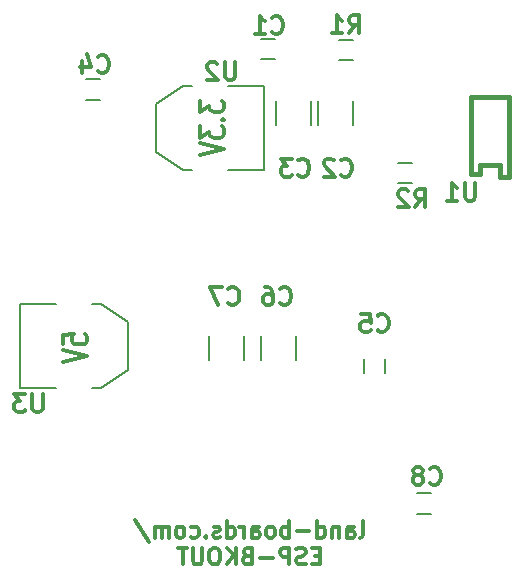
<source format=gbo>
G04 #@! TF.FileFunction,Legend,Bot*
%FSLAX46Y46*%
G04 Gerber Fmt 4.6, Leading zero omitted, Abs format (unit mm)*
G04 Created by KiCad (PCBNEW (after 2015-mar-04 BZR unknown)-product) date 8/29/2015 5:31:21 PM*
%MOMM*%
G01*
G04 APERTURE LIST*
%ADD10C,0.150000*%
%ADD11C,0.304800*%
%ADD12C,0.381000*%
G04 APERTURE END LIST*
D10*
D11*
X18064238Y-39333714D02*
X18064238Y-38608000D01*
X19031857Y-38535429D01*
X18935095Y-38608000D01*
X18838333Y-38753143D01*
X18838333Y-39116000D01*
X18935095Y-39261143D01*
X19031857Y-39333714D01*
X19225381Y-39406286D01*
X19709190Y-39406286D01*
X19902714Y-39333714D01*
X19999476Y-39261143D01*
X20096238Y-39116000D01*
X20096238Y-38753143D01*
X19999476Y-38608000D01*
X19902714Y-38535429D01*
X18064238Y-39841715D02*
X20096238Y-40349715D01*
X18064238Y-40857715D01*
X29684738Y-18768785D02*
X29684738Y-19712214D01*
X30458833Y-19204214D01*
X30458833Y-19421928D01*
X30555595Y-19567071D01*
X30652357Y-19639642D01*
X30845881Y-19712214D01*
X31329690Y-19712214D01*
X31523214Y-19639642D01*
X31619976Y-19567071D01*
X31716738Y-19421928D01*
X31716738Y-18986500D01*
X31619976Y-18841357D01*
X31523214Y-18768785D01*
X31523214Y-20365357D02*
X31619976Y-20437929D01*
X31716738Y-20365357D01*
X31619976Y-20292786D01*
X31523214Y-20365357D01*
X31716738Y-20365357D01*
X29684738Y-20945928D02*
X29684738Y-21889357D01*
X30458833Y-21381357D01*
X30458833Y-21599071D01*
X30555595Y-21744214D01*
X30652357Y-21816785D01*
X30845881Y-21889357D01*
X31329690Y-21889357D01*
X31523214Y-21816785D01*
X31619976Y-21744214D01*
X31716738Y-21599071D01*
X31716738Y-21163643D01*
X31619976Y-21018500D01*
X31523214Y-20945928D01*
X29684738Y-22324786D02*
X31716738Y-22832786D01*
X29684738Y-23340786D01*
X43255595Y-55762676D02*
X43388642Y-55696152D01*
X43455166Y-55563105D01*
X43455166Y-54365676D01*
X42124690Y-55762676D02*
X42124690Y-55030914D01*
X42191213Y-54897867D01*
X42324261Y-54831343D01*
X42590356Y-54831343D01*
X42723404Y-54897867D01*
X42124690Y-55696152D02*
X42257737Y-55762676D01*
X42590356Y-55762676D01*
X42723404Y-55696152D01*
X42789928Y-55563105D01*
X42789928Y-55430057D01*
X42723404Y-55297010D01*
X42590356Y-55230486D01*
X42257737Y-55230486D01*
X42124690Y-55163962D01*
X41459452Y-54831343D02*
X41459452Y-55762676D01*
X41459452Y-54964390D02*
X41392928Y-54897867D01*
X41259881Y-54831343D01*
X41060309Y-54831343D01*
X40927261Y-54897867D01*
X40860738Y-55030914D01*
X40860738Y-55762676D01*
X39596786Y-55762676D02*
X39596786Y-54365676D01*
X39596786Y-55696152D02*
X39729833Y-55762676D01*
X39995929Y-55762676D01*
X40128976Y-55696152D01*
X40195500Y-55629629D01*
X40262024Y-55496581D01*
X40262024Y-55097438D01*
X40195500Y-54964390D01*
X40128976Y-54897867D01*
X39995929Y-54831343D01*
X39729833Y-54831343D01*
X39596786Y-54897867D01*
X38931548Y-55230486D02*
X37867167Y-55230486D01*
X37201929Y-55762676D02*
X37201929Y-54365676D01*
X37201929Y-54897867D02*
X37068881Y-54831343D01*
X36802786Y-54831343D01*
X36669738Y-54897867D01*
X36603215Y-54964390D01*
X36536691Y-55097438D01*
X36536691Y-55496581D01*
X36603215Y-55629629D01*
X36669738Y-55696152D01*
X36802786Y-55762676D01*
X37068881Y-55762676D01*
X37201929Y-55696152D01*
X35738406Y-55762676D02*
X35871453Y-55696152D01*
X35937977Y-55629629D01*
X36004501Y-55496581D01*
X36004501Y-55097438D01*
X35937977Y-54964390D01*
X35871453Y-54897867D01*
X35738406Y-54831343D01*
X35538834Y-54831343D01*
X35405786Y-54897867D01*
X35339263Y-54964390D01*
X35272739Y-55097438D01*
X35272739Y-55496581D01*
X35339263Y-55629629D01*
X35405786Y-55696152D01*
X35538834Y-55762676D01*
X35738406Y-55762676D01*
X34075311Y-55762676D02*
X34075311Y-55030914D01*
X34141834Y-54897867D01*
X34274882Y-54831343D01*
X34540977Y-54831343D01*
X34674025Y-54897867D01*
X34075311Y-55696152D02*
X34208358Y-55762676D01*
X34540977Y-55762676D01*
X34674025Y-55696152D01*
X34740549Y-55563105D01*
X34740549Y-55430057D01*
X34674025Y-55297010D01*
X34540977Y-55230486D01*
X34208358Y-55230486D01*
X34075311Y-55163962D01*
X33410073Y-55762676D02*
X33410073Y-54831343D01*
X33410073Y-55097438D02*
X33343549Y-54964390D01*
X33277025Y-54897867D01*
X33143978Y-54831343D01*
X33010930Y-54831343D01*
X31946549Y-55762676D02*
X31946549Y-54365676D01*
X31946549Y-55696152D02*
X32079596Y-55762676D01*
X32345692Y-55762676D01*
X32478739Y-55696152D01*
X32545263Y-55629629D01*
X32611787Y-55496581D01*
X32611787Y-55097438D01*
X32545263Y-54964390D01*
X32478739Y-54897867D01*
X32345692Y-54831343D01*
X32079596Y-54831343D01*
X31946549Y-54897867D01*
X31347835Y-55696152D02*
X31214787Y-55762676D01*
X30948692Y-55762676D01*
X30815644Y-55696152D01*
X30749120Y-55563105D01*
X30749120Y-55496581D01*
X30815644Y-55363533D01*
X30948692Y-55297010D01*
X31148263Y-55297010D01*
X31281311Y-55230486D01*
X31347835Y-55097438D01*
X31347835Y-55030914D01*
X31281311Y-54897867D01*
X31148263Y-54831343D01*
X30948692Y-54831343D01*
X30815644Y-54897867D01*
X30150406Y-55629629D02*
X30083882Y-55696152D01*
X30150406Y-55762676D01*
X30216930Y-55696152D01*
X30150406Y-55629629D01*
X30150406Y-55762676D01*
X28886454Y-55696152D02*
X29019501Y-55762676D01*
X29285597Y-55762676D01*
X29418644Y-55696152D01*
X29485168Y-55629629D01*
X29551692Y-55496581D01*
X29551692Y-55097438D01*
X29485168Y-54964390D01*
X29418644Y-54897867D01*
X29285597Y-54831343D01*
X29019501Y-54831343D01*
X28886454Y-54897867D01*
X28088168Y-55762676D02*
X28221215Y-55696152D01*
X28287739Y-55629629D01*
X28354263Y-55496581D01*
X28354263Y-55097438D01*
X28287739Y-54964390D01*
X28221215Y-54897867D01*
X28088168Y-54831343D01*
X27888596Y-54831343D01*
X27755548Y-54897867D01*
X27689025Y-54964390D01*
X27622501Y-55097438D01*
X27622501Y-55496581D01*
X27689025Y-55629629D01*
X27755548Y-55696152D01*
X27888596Y-55762676D01*
X28088168Y-55762676D01*
X27023787Y-55762676D02*
X27023787Y-54831343D01*
X27023787Y-54964390D02*
X26957263Y-54897867D01*
X26824216Y-54831343D01*
X26624644Y-54831343D01*
X26491596Y-54897867D01*
X26425073Y-55030914D01*
X26425073Y-55762676D01*
X26425073Y-55030914D02*
X26358549Y-54897867D01*
X26225501Y-54831343D01*
X26025930Y-54831343D01*
X25892882Y-54897867D01*
X25826358Y-55030914D01*
X25826358Y-55762676D01*
X24163263Y-54299152D02*
X25360691Y-56095295D01*
X39829619Y-57291514D02*
X39363952Y-57291514D01*
X39164381Y-58023276D02*
X39829619Y-58023276D01*
X39829619Y-56626276D01*
X39164381Y-56626276D01*
X38632191Y-57956752D02*
X38432619Y-58023276D01*
X38100000Y-58023276D01*
X37966953Y-57956752D01*
X37900429Y-57890229D01*
X37833905Y-57757181D01*
X37833905Y-57624133D01*
X37900429Y-57491086D01*
X37966953Y-57424562D01*
X38100000Y-57358038D01*
X38366096Y-57291514D01*
X38499143Y-57224990D01*
X38565667Y-57158467D01*
X38632191Y-57025419D01*
X38632191Y-56892371D01*
X38565667Y-56759324D01*
X38499143Y-56692800D01*
X38366096Y-56626276D01*
X38033476Y-56626276D01*
X37833905Y-56692800D01*
X37235191Y-58023276D02*
X37235191Y-56626276D01*
X36703000Y-56626276D01*
X36569953Y-56692800D01*
X36503429Y-56759324D01*
X36436905Y-56892371D01*
X36436905Y-57091943D01*
X36503429Y-57224990D01*
X36569953Y-57291514D01*
X36703000Y-57358038D01*
X37235191Y-57358038D01*
X35838191Y-57491086D02*
X34773810Y-57491086D01*
X33642905Y-57291514D02*
X33443334Y-57358038D01*
X33376810Y-57424562D01*
X33310286Y-57557610D01*
X33310286Y-57757181D01*
X33376810Y-57890229D01*
X33443334Y-57956752D01*
X33576381Y-58023276D01*
X34108572Y-58023276D01*
X34108572Y-56626276D01*
X33642905Y-56626276D01*
X33509858Y-56692800D01*
X33443334Y-56759324D01*
X33376810Y-56892371D01*
X33376810Y-57025419D01*
X33443334Y-57158467D01*
X33509858Y-57224990D01*
X33642905Y-57291514D01*
X34108572Y-57291514D01*
X32711572Y-58023276D02*
X32711572Y-56626276D01*
X31913286Y-58023276D02*
X32512001Y-57224990D01*
X31913286Y-56626276D02*
X32711572Y-57424562D01*
X31048477Y-56626276D02*
X30782381Y-56626276D01*
X30649334Y-56692800D01*
X30516286Y-56825848D01*
X30449762Y-57091943D01*
X30449762Y-57557610D01*
X30516286Y-57823705D01*
X30649334Y-57956752D01*
X30782381Y-58023276D01*
X31048477Y-58023276D01*
X31181524Y-57956752D01*
X31314572Y-57823705D01*
X31381096Y-57557610D01*
X31381096Y-57091943D01*
X31314572Y-56825848D01*
X31181524Y-56692800D01*
X31048477Y-56626276D01*
X29851048Y-56626276D02*
X29851048Y-57757181D01*
X29784524Y-57890229D01*
X29718000Y-57956752D01*
X29584953Y-58023276D01*
X29318857Y-58023276D01*
X29185810Y-57956752D01*
X29119286Y-57890229D01*
X29052762Y-57757181D01*
X29052762Y-56626276D01*
X28587095Y-56626276D02*
X27788810Y-56626276D01*
X28187953Y-58023276D02*
X28187953Y-56626276D01*
D10*
X48041000Y-53770500D02*
X49241000Y-53770500D01*
X49241000Y-52020500D02*
X48041000Y-52020500D01*
X36000000Y-13525000D02*
X34800000Y-13525000D01*
X34800000Y-15275000D02*
X36000000Y-15275000D01*
D12*
X55852000Y-25217000D02*
X55852000Y-18467000D01*
X55852000Y-18467000D02*
X52602000Y-18467000D01*
X52602000Y-18467000D02*
X52602000Y-24967000D01*
X52602000Y-24967000D02*
X53352000Y-24967000D01*
X53352000Y-24967000D02*
X53352000Y-24217000D01*
X53352000Y-24217000D02*
X55102000Y-24217000D01*
X55102000Y-24217000D02*
X55102000Y-25217000D01*
X55102000Y-25217000D02*
X55852000Y-25217000D01*
D10*
X32067500Y-17526000D02*
X35115500Y-17526000D01*
X35115500Y-17526000D02*
X35115500Y-24638000D01*
X35115500Y-24638000D02*
X32067500Y-24638000D01*
X29019500Y-17526000D02*
X28257500Y-17526000D01*
X28257500Y-17526000D02*
X25971500Y-19050000D01*
X25971500Y-19050000D02*
X25971500Y-23114000D01*
X25971500Y-23114000D02*
X28257500Y-24638000D01*
X28257500Y-24638000D02*
X29019500Y-24638000D01*
X20037500Y-18718500D02*
X21237500Y-18718500D01*
X21237500Y-16968500D02*
X20037500Y-16968500D01*
X45325000Y-41811500D02*
X45325000Y-40611500D01*
X43575000Y-40611500D02*
X43575000Y-41811500D01*
X17462500Y-43053000D02*
X14414500Y-43053000D01*
X14414500Y-43053000D02*
X14414500Y-35941000D01*
X14414500Y-35941000D02*
X17462500Y-35941000D01*
X20510500Y-43053000D02*
X21272500Y-43053000D01*
X21272500Y-43053000D02*
X23558500Y-41529000D01*
X23558500Y-41529000D02*
X23558500Y-37465000D01*
X23558500Y-37465000D02*
X21272500Y-35941000D01*
X21272500Y-35941000D02*
X20510500Y-35941000D01*
X37768000Y-40711000D02*
X37768000Y-38711000D01*
X34818000Y-38711000D02*
X34818000Y-40711000D01*
X39067000Y-20812000D02*
X39067000Y-18812000D01*
X36117000Y-18812000D02*
X36117000Y-20812000D01*
X33368000Y-40711000D02*
X33368000Y-38711000D01*
X30418000Y-38711000D02*
X30418000Y-40711000D01*
X42623000Y-20812000D02*
X42623000Y-18812000D01*
X39673000Y-18812000D02*
X39673000Y-20812000D01*
X41437000Y-15353000D02*
X42637000Y-15353000D01*
X42637000Y-13603000D02*
X41437000Y-13603000D01*
X46390000Y-25767000D02*
X47590000Y-25767000D01*
X47590000Y-24017000D02*
X46390000Y-24017000D01*
D11*
X49135000Y-51155786D02*
X49207571Y-51228357D01*
X49425285Y-51300929D01*
X49570428Y-51300929D01*
X49788143Y-51228357D01*
X49933285Y-51083214D01*
X50005857Y-50938071D01*
X50078428Y-50647786D01*
X50078428Y-50430071D01*
X50005857Y-50139786D01*
X49933285Y-49994643D01*
X49788143Y-49849500D01*
X49570428Y-49776929D01*
X49425285Y-49776929D01*
X49207571Y-49849500D01*
X49135000Y-49922071D01*
X48264143Y-50430071D02*
X48409285Y-50357500D01*
X48481857Y-50284929D01*
X48554428Y-50139786D01*
X48554428Y-50067214D01*
X48481857Y-49922071D01*
X48409285Y-49849500D01*
X48264143Y-49776929D01*
X47973857Y-49776929D01*
X47828714Y-49849500D01*
X47756143Y-49922071D01*
X47683571Y-50067214D01*
X47683571Y-50139786D01*
X47756143Y-50284929D01*
X47828714Y-50357500D01*
X47973857Y-50430071D01*
X48264143Y-50430071D01*
X48409285Y-50502643D01*
X48481857Y-50575214D01*
X48554428Y-50720357D01*
X48554428Y-51010643D01*
X48481857Y-51155786D01*
X48409285Y-51228357D01*
X48264143Y-51300929D01*
X47973857Y-51300929D01*
X47828714Y-51228357D01*
X47756143Y-51155786D01*
X47683571Y-51010643D01*
X47683571Y-50720357D01*
X47756143Y-50575214D01*
X47828714Y-50502643D01*
X47973857Y-50430071D01*
X35750500Y-12990286D02*
X35823071Y-13062857D01*
X36040785Y-13135429D01*
X36185928Y-13135429D01*
X36403643Y-13062857D01*
X36548785Y-12917714D01*
X36621357Y-12772571D01*
X36693928Y-12482286D01*
X36693928Y-12264571D01*
X36621357Y-11974286D01*
X36548785Y-11829143D01*
X36403643Y-11684000D01*
X36185928Y-11611429D01*
X36040785Y-11611429D01*
X35823071Y-11684000D01*
X35750500Y-11756571D01*
X34299071Y-13135429D02*
X35169928Y-13135429D01*
X34734500Y-13135429D02*
X34734500Y-11611429D01*
X34879643Y-11829143D01*
X35024785Y-11974286D01*
X35169928Y-12046857D01*
X52977143Y-25708429D02*
X52977143Y-26942143D01*
X52904571Y-27087286D01*
X52832000Y-27159857D01*
X52686857Y-27232429D01*
X52396571Y-27232429D01*
X52251429Y-27159857D01*
X52178857Y-27087286D01*
X52106286Y-26942143D01*
X52106286Y-25708429D01*
X50582286Y-27232429D02*
X51453143Y-27232429D01*
X51017715Y-27232429D02*
X51017715Y-25708429D01*
X51162858Y-25926143D01*
X51308000Y-26071286D01*
X51453143Y-26143857D01*
X32657143Y-15484929D02*
X32657143Y-16718643D01*
X32584571Y-16863786D01*
X32512000Y-16936357D01*
X32366857Y-17008929D01*
X32076571Y-17008929D01*
X31931429Y-16936357D01*
X31858857Y-16863786D01*
X31786286Y-16718643D01*
X31786286Y-15484929D01*
X31133143Y-15630071D02*
X31060572Y-15557500D01*
X30915429Y-15484929D01*
X30552572Y-15484929D01*
X30407429Y-15557500D01*
X30334858Y-15630071D01*
X30262286Y-15775214D01*
X30262286Y-15920357D01*
X30334858Y-16138071D01*
X31205715Y-17008929D01*
X30262286Y-17008929D01*
X21018500Y-16292286D02*
X21091071Y-16364857D01*
X21308785Y-16437429D01*
X21453928Y-16437429D01*
X21671643Y-16364857D01*
X21816785Y-16219714D01*
X21889357Y-16074571D01*
X21961928Y-15784286D01*
X21961928Y-15566571D01*
X21889357Y-15276286D01*
X21816785Y-15131143D01*
X21671643Y-14986000D01*
X21453928Y-14913429D01*
X21308785Y-14913429D01*
X21091071Y-14986000D01*
X21018500Y-15058571D01*
X19712214Y-15421429D02*
X19712214Y-16437429D01*
X20075071Y-14840857D02*
X20437928Y-15929429D01*
X19494500Y-15929429D01*
X44704000Y-38199786D02*
X44776571Y-38272357D01*
X44994285Y-38344929D01*
X45139428Y-38344929D01*
X45357143Y-38272357D01*
X45502285Y-38127214D01*
X45574857Y-37982071D01*
X45647428Y-37691786D01*
X45647428Y-37474071D01*
X45574857Y-37183786D01*
X45502285Y-37038643D01*
X45357143Y-36893500D01*
X45139428Y-36820929D01*
X44994285Y-36820929D01*
X44776571Y-36893500D01*
X44704000Y-36966071D01*
X43325143Y-36820929D02*
X44050857Y-36820929D01*
X44123428Y-37546643D01*
X44050857Y-37474071D01*
X43905714Y-37401500D01*
X43542857Y-37401500D01*
X43397714Y-37474071D01*
X43325143Y-37546643D01*
X43252571Y-37691786D01*
X43252571Y-38054643D01*
X43325143Y-38199786D01*
X43397714Y-38272357D01*
X43542857Y-38344929D01*
X43905714Y-38344929D01*
X44050857Y-38272357D01*
X44123428Y-38199786D01*
X16337643Y-43615429D02*
X16337643Y-44849143D01*
X16265071Y-44994286D01*
X16192500Y-45066857D01*
X16047357Y-45139429D01*
X15757071Y-45139429D01*
X15611929Y-45066857D01*
X15539357Y-44994286D01*
X15466786Y-44849143D01*
X15466786Y-43615429D01*
X14886215Y-43615429D02*
X13942786Y-43615429D01*
X14450786Y-44196000D01*
X14233072Y-44196000D01*
X14087929Y-44268571D01*
X14015358Y-44341143D01*
X13942786Y-44486286D01*
X13942786Y-44849143D01*
X14015358Y-44994286D01*
X14087929Y-45066857D01*
X14233072Y-45139429D01*
X14668500Y-45139429D01*
X14813643Y-45066857D01*
X14886215Y-44994286D01*
X36449000Y-35913786D02*
X36521571Y-35986357D01*
X36739285Y-36058929D01*
X36884428Y-36058929D01*
X37102143Y-35986357D01*
X37247285Y-35841214D01*
X37319857Y-35696071D01*
X37392428Y-35405786D01*
X37392428Y-35188071D01*
X37319857Y-34897786D01*
X37247285Y-34752643D01*
X37102143Y-34607500D01*
X36884428Y-34534929D01*
X36739285Y-34534929D01*
X36521571Y-34607500D01*
X36449000Y-34680071D01*
X35142714Y-34534929D02*
X35433000Y-34534929D01*
X35578143Y-34607500D01*
X35650714Y-34680071D01*
X35795857Y-34897786D01*
X35868428Y-35188071D01*
X35868428Y-35768643D01*
X35795857Y-35913786D01*
X35723285Y-35986357D01*
X35578143Y-36058929D01*
X35287857Y-36058929D01*
X35142714Y-35986357D01*
X35070143Y-35913786D01*
X34997571Y-35768643D01*
X34997571Y-35405786D01*
X35070143Y-35260643D01*
X35142714Y-35188071D01*
X35287857Y-35115500D01*
X35578143Y-35115500D01*
X35723285Y-35188071D01*
X35795857Y-35260643D01*
X35868428Y-35405786D01*
X37973000Y-25055286D02*
X38045571Y-25127857D01*
X38263285Y-25200429D01*
X38408428Y-25200429D01*
X38626143Y-25127857D01*
X38771285Y-24982714D01*
X38843857Y-24837571D01*
X38916428Y-24547286D01*
X38916428Y-24329571D01*
X38843857Y-24039286D01*
X38771285Y-23894143D01*
X38626143Y-23749000D01*
X38408428Y-23676429D01*
X38263285Y-23676429D01*
X38045571Y-23749000D01*
X37973000Y-23821571D01*
X37465000Y-23676429D02*
X36521571Y-23676429D01*
X37029571Y-24257000D01*
X36811857Y-24257000D01*
X36666714Y-24329571D01*
X36594143Y-24402143D01*
X36521571Y-24547286D01*
X36521571Y-24910143D01*
X36594143Y-25055286D01*
X36666714Y-25127857D01*
X36811857Y-25200429D01*
X37247285Y-25200429D01*
X37392428Y-25127857D01*
X37465000Y-25055286D01*
X32067500Y-35913786D02*
X32140071Y-35986357D01*
X32357785Y-36058929D01*
X32502928Y-36058929D01*
X32720643Y-35986357D01*
X32865785Y-35841214D01*
X32938357Y-35696071D01*
X33010928Y-35405786D01*
X33010928Y-35188071D01*
X32938357Y-34897786D01*
X32865785Y-34752643D01*
X32720643Y-34607500D01*
X32502928Y-34534929D01*
X32357785Y-34534929D01*
X32140071Y-34607500D01*
X32067500Y-34680071D01*
X31559500Y-34534929D02*
X30543500Y-34534929D01*
X31196643Y-36058929D01*
X41592500Y-25055286D02*
X41665071Y-25127857D01*
X41882785Y-25200429D01*
X42027928Y-25200429D01*
X42245643Y-25127857D01*
X42390785Y-24982714D01*
X42463357Y-24837571D01*
X42535928Y-24547286D01*
X42535928Y-24329571D01*
X42463357Y-24039286D01*
X42390785Y-23894143D01*
X42245643Y-23749000D01*
X42027928Y-23676429D01*
X41882785Y-23676429D01*
X41665071Y-23749000D01*
X41592500Y-23821571D01*
X41011928Y-23821571D02*
X40939357Y-23749000D01*
X40794214Y-23676429D01*
X40431357Y-23676429D01*
X40286214Y-23749000D01*
X40213643Y-23821571D01*
X40141071Y-23966714D01*
X40141071Y-24111857D01*
X40213643Y-24329571D01*
X41084500Y-25200429D01*
X40141071Y-25200429D01*
X42291000Y-13067429D02*
X42799000Y-12341714D01*
X43161857Y-13067429D02*
X43161857Y-11543429D01*
X42581285Y-11543429D01*
X42436143Y-11616000D01*
X42363571Y-11688571D01*
X42291000Y-11833714D01*
X42291000Y-12051429D01*
X42363571Y-12196571D01*
X42436143Y-12269143D01*
X42581285Y-12341714D01*
X43161857Y-12341714D01*
X40839571Y-13067429D02*
X41710428Y-13067429D01*
X41275000Y-13067429D02*
X41275000Y-11543429D01*
X41420143Y-11761143D01*
X41565285Y-11906286D01*
X41710428Y-11978857D01*
X47879000Y-27803929D02*
X48387000Y-27078214D01*
X48749857Y-27803929D02*
X48749857Y-26279929D01*
X48169285Y-26279929D01*
X48024143Y-26352500D01*
X47951571Y-26425071D01*
X47879000Y-26570214D01*
X47879000Y-26787929D01*
X47951571Y-26933071D01*
X48024143Y-27005643D01*
X48169285Y-27078214D01*
X48749857Y-27078214D01*
X47298428Y-26425071D02*
X47225857Y-26352500D01*
X47080714Y-26279929D01*
X46717857Y-26279929D01*
X46572714Y-26352500D01*
X46500143Y-26425071D01*
X46427571Y-26570214D01*
X46427571Y-26715357D01*
X46500143Y-26933071D01*
X47371000Y-27803929D01*
X46427571Y-27803929D01*
M02*

</source>
